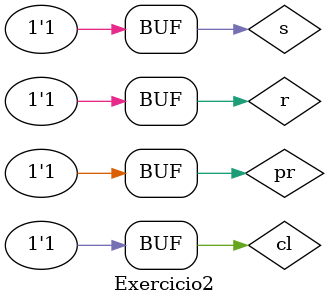
<source format=v>

 
// -------------------------------------------------------------------------------------------------------------------------------------------------------------------

module latch_SR_NAND(q, q_bar, pr, cl, r, s);

	input r, s, pr, cl;
	output q, q_bar;
	
	nand NAND1(q, pr, s, q_bar); 
	nand NAND2(q_bar, cl, r, q);
	
endmodule

module Exercicio2;
wire q, q_bar;
reg s,r, pr,cl;

latch_SR_NAND LSR_NAND (q, q_bar,cl,pr, s, r);

initial begin:start
s=0; r=0;cl=0;pr=0;
end

initial begin: main
	   $display("Guia 10_02 - Marcia Cibele Martins Carneiro - 404591");
      $display("Latch SR com portas NAND");
		$display("R   S   CLEAR  PRESET   Q    Q'");
		$monitor("%b   %b    %b      %b       %b    %b", s, r, cl, pr,q_bar, q);
		
		#1 s=1; r=0; cl=0; pr=0;
		#1 s=0; r=1; cl=0; pr=0;
		#1 s=0; r=0; cl=1; pr=0;
		#1 s=0; r=0; cl=0; pr=1;
		#1 s=1; r=1; cl=1; pr=1;

end

endmodule

/* Resultado obtido
     ----jGRASP exec: D:\MeusDocumentos\2010-2_arq1_programas\Icarus_Verilog\bin\vvp exercicio2.vvp
    
    Guia 10_02 - Marcia Cibele Martins Carneiro - 404591
    Latch SR com portas NAND
    R   S   CLEAR  PRESET   Q    Q'
    0   0    0      0       1    1
    1   0    0      0       1    1
    0   1    0      0       1    1
    0   0    1      0       1    1
    0   0    0      1       1    1
    1   1    1      1       0    1
    
     ----jGRASP: operation complete.


*/
</source>
